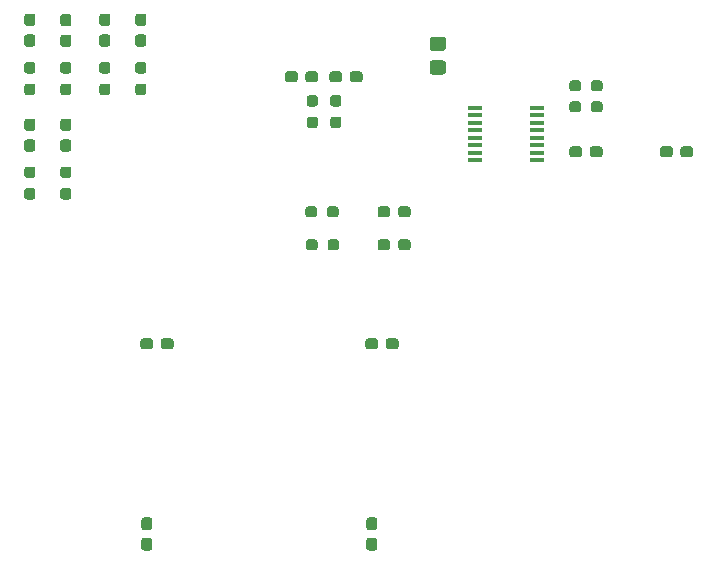
<source format=gbr>
%TF.GenerationSoftware,KiCad,Pcbnew,(5.1.7)-1*%
%TF.CreationDate,2020-11-30T14:39:19-06:00*%
%TF.ProjectId,2021_Rev1,32303231-5f52-4657-9631-2e6b69636164,rev?*%
%TF.SameCoordinates,Original*%
%TF.FileFunction,Paste,Top*%
%TF.FilePolarity,Positive*%
%FSLAX46Y46*%
G04 Gerber Fmt 4.6, Leading zero omitted, Abs format (unit mm)*
G04 Created by KiCad (PCBNEW (5.1.7)-1) date 2020-11-30 14:39:19*
%MOMM*%
%LPD*%
G01*
G04 APERTURE LIST*
%ADD10R,1.200000X0.400000*%
G04 APERTURE END LIST*
%TO.C,R12*%
G36*
G01*
X964454500Y229040500D02*
X964929500Y229040500D01*
G75*
G02*
X965167000Y228803000I0J-237500D01*
G01*
X965167000Y228303000D01*
G75*
G02*
X964929500Y228065500I-237500J0D01*
G01*
X964454500Y228065500D01*
G75*
G02*
X964217000Y228303000I0J237500D01*
G01*
X964217000Y228803000D01*
G75*
G02*
X964454500Y229040500I237500J0D01*
G01*
G37*
G36*
G01*
X964454500Y230865500D02*
X964929500Y230865500D01*
G75*
G02*
X965167000Y230628000I0J-237500D01*
G01*
X965167000Y230128000D01*
G75*
G02*
X964929500Y229890500I-237500J0D01*
G01*
X964454500Y229890500D01*
G75*
G02*
X964217000Y230128000I0J237500D01*
G01*
X964217000Y230628000D01*
G75*
G02*
X964454500Y230865500I237500J0D01*
G01*
G37*
%TD*%
%TO.C,R11*%
G36*
G01*
X961406500Y229040500D02*
X961881500Y229040500D01*
G75*
G02*
X962119000Y228803000I0J-237500D01*
G01*
X962119000Y228303000D01*
G75*
G02*
X961881500Y228065500I-237500J0D01*
G01*
X961406500Y228065500D01*
G75*
G02*
X961169000Y228303000I0J237500D01*
G01*
X961169000Y228803000D01*
G75*
G02*
X961406500Y229040500I237500J0D01*
G01*
G37*
G36*
G01*
X961406500Y230865500D02*
X961881500Y230865500D01*
G75*
G02*
X962119000Y230628000I0J-237500D01*
G01*
X962119000Y230128000D01*
G75*
G02*
X961881500Y229890500I-237500J0D01*
G01*
X961406500Y229890500D01*
G75*
G02*
X961169000Y230128000I0J237500D01*
G01*
X961169000Y230628000D01*
G75*
G02*
X961406500Y230865500I237500J0D01*
G01*
G37*
%TD*%
%TO.C,R10*%
G36*
G01*
X958104500Y229040500D02*
X958579500Y229040500D01*
G75*
G02*
X958817000Y228803000I0J-237500D01*
G01*
X958817000Y228303000D01*
G75*
G02*
X958579500Y228065500I-237500J0D01*
G01*
X958104500Y228065500D01*
G75*
G02*
X957867000Y228303000I0J237500D01*
G01*
X957867000Y228803000D01*
G75*
G02*
X958104500Y229040500I237500J0D01*
G01*
G37*
G36*
G01*
X958104500Y230865500D02*
X958579500Y230865500D01*
G75*
G02*
X958817000Y230628000I0J-237500D01*
G01*
X958817000Y230128000D01*
G75*
G02*
X958579500Y229890500I-237500J0D01*
G01*
X958104500Y229890500D01*
G75*
G02*
X957867000Y230128000I0J237500D01*
G01*
X957867000Y230628000D01*
G75*
G02*
X958104500Y230865500I237500J0D01*
G01*
G37*
%TD*%
%TO.C,R9*%
G36*
G01*
X955056500Y229040500D02*
X955531500Y229040500D01*
G75*
G02*
X955769000Y228803000I0J-237500D01*
G01*
X955769000Y228303000D01*
G75*
G02*
X955531500Y228065500I-237500J0D01*
G01*
X955056500Y228065500D01*
G75*
G02*
X954819000Y228303000I0J237500D01*
G01*
X954819000Y228803000D01*
G75*
G02*
X955056500Y229040500I237500J0D01*
G01*
G37*
G36*
G01*
X955056500Y230865500D02*
X955531500Y230865500D01*
G75*
G02*
X955769000Y230628000I0J-237500D01*
G01*
X955769000Y230128000D01*
G75*
G02*
X955531500Y229890500I-237500J0D01*
G01*
X955056500Y229890500D01*
G75*
G02*
X954819000Y230128000I0J237500D01*
G01*
X954819000Y230628000D01*
G75*
G02*
X955056500Y230865500I237500J0D01*
G01*
G37*
%TD*%
%TO.C,D8*%
G36*
G01*
X964454500Y233217000D02*
X964929500Y233217000D01*
G75*
G02*
X965167000Y232979500I0J-237500D01*
G01*
X965167000Y232404500D01*
G75*
G02*
X964929500Y232167000I-237500J0D01*
G01*
X964454500Y232167000D01*
G75*
G02*
X964217000Y232404500I0J237500D01*
G01*
X964217000Y232979500D01*
G75*
G02*
X964454500Y233217000I237500J0D01*
G01*
G37*
G36*
G01*
X964454500Y234967000D02*
X964929500Y234967000D01*
G75*
G02*
X965167000Y234729500I0J-237500D01*
G01*
X965167000Y234154500D01*
G75*
G02*
X964929500Y233917000I-237500J0D01*
G01*
X964454500Y233917000D01*
G75*
G02*
X964217000Y234154500I0J237500D01*
G01*
X964217000Y234729500D01*
G75*
G02*
X964454500Y234967000I237500J0D01*
G01*
G37*
%TD*%
%TO.C,D7*%
G36*
G01*
X961406500Y233217000D02*
X961881500Y233217000D01*
G75*
G02*
X962119000Y232979500I0J-237500D01*
G01*
X962119000Y232404500D01*
G75*
G02*
X961881500Y232167000I-237500J0D01*
G01*
X961406500Y232167000D01*
G75*
G02*
X961169000Y232404500I0J237500D01*
G01*
X961169000Y232979500D01*
G75*
G02*
X961406500Y233217000I237500J0D01*
G01*
G37*
G36*
G01*
X961406500Y234967000D02*
X961881500Y234967000D01*
G75*
G02*
X962119000Y234729500I0J-237500D01*
G01*
X962119000Y234154500D01*
G75*
G02*
X961881500Y233917000I-237500J0D01*
G01*
X961406500Y233917000D01*
G75*
G02*
X961169000Y234154500I0J237500D01*
G01*
X961169000Y234729500D01*
G75*
G02*
X961406500Y234967000I237500J0D01*
G01*
G37*
%TD*%
%TO.C,D6*%
G36*
G01*
X958104500Y233189000D02*
X958579500Y233189000D01*
G75*
G02*
X958817000Y232951500I0J-237500D01*
G01*
X958817000Y232376500D01*
G75*
G02*
X958579500Y232139000I-237500J0D01*
G01*
X958104500Y232139000D01*
G75*
G02*
X957867000Y232376500I0J237500D01*
G01*
X957867000Y232951500D01*
G75*
G02*
X958104500Y233189000I237500J0D01*
G01*
G37*
G36*
G01*
X958104500Y234939000D02*
X958579500Y234939000D01*
G75*
G02*
X958817000Y234701500I0J-237500D01*
G01*
X958817000Y234126500D01*
G75*
G02*
X958579500Y233889000I-237500J0D01*
G01*
X958104500Y233889000D01*
G75*
G02*
X957867000Y234126500I0J237500D01*
G01*
X957867000Y234701500D01*
G75*
G02*
X958104500Y234939000I237500J0D01*
G01*
G37*
%TD*%
%TO.C,D5*%
G36*
G01*
X955056500Y233217000D02*
X955531500Y233217000D01*
G75*
G02*
X955769000Y232979500I0J-237500D01*
G01*
X955769000Y232404500D01*
G75*
G02*
X955531500Y232167000I-237500J0D01*
G01*
X955056500Y232167000D01*
G75*
G02*
X954819000Y232404500I0J237500D01*
G01*
X954819000Y232979500D01*
G75*
G02*
X955056500Y233217000I237500J0D01*
G01*
G37*
G36*
G01*
X955056500Y234967000D02*
X955531500Y234967000D01*
G75*
G02*
X955769000Y234729500I0J-237500D01*
G01*
X955769000Y234154500D01*
G75*
G02*
X955531500Y233917000I-237500J0D01*
G01*
X955056500Y233917000D01*
G75*
G02*
X954819000Y234154500I0J237500D01*
G01*
X954819000Y234729500D01*
G75*
G02*
X955056500Y234967000I237500J0D01*
G01*
G37*
%TD*%
%TO.C,D4*%
G36*
G01*
X955056500Y224327000D02*
X955531500Y224327000D01*
G75*
G02*
X955769000Y224089500I0J-237500D01*
G01*
X955769000Y223514500D01*
G75*
G02*
X955531500Y223277000I-237500J0D01*
G01*
X955056500Y223277000D01*
G75*
G02*
X954819000Y223514500I0J237500D01*
G01*
X954819000Y224089500D01*
G75*
G02*
X955056500Y224327000I237500J0D01*
G01*
G37*
G36*
G01*
X955056500Y226077000D02*
X955531500Y226077000D01*
G75*
G02*
X955769000Y225839500I0J-237500D01*
G01*
X955769000Y225264500D01*
G75*
G02*
X955531500Y225027000I-237500J0D01*
G01*
X955056500Y225027000D01*
G75*
G02*
X954819000Y225264500I0J237500D01*
G01*
X954819000Y225839500D01*
G75*
G02*
X955056500Y226077000I237500J0D01*
G01*
G37*
%TD*%
%TO.C,D3*%
G36*
G01*
X958104500Y224327000D02*
X958579500Y224327000D01*
G75*
G02*
X958817000Y224089500I0J-237500D01*
G01*
X958817000Y223514500D01*
G75*
G02*
X958579500Y223277000I-237500J0D01*
G01*
X958104500Y223277000D01*
G75*
G02*
X957867000Y223514500I0J237500D01*
G01*
X957867000Y224089500D01*
G75*
G02*
X958104500Y224327000I237500J0D01*
G01*
G37*
G36*
G01*
X958104500Y226077000D02*
X958579500Y226077000D01*
G75*
G02*
X958817000Y225839500I0J-237500D01*
G01*
X958817000Y225264500D01*
G75*
G02*
X958579500Y225027000I-237500J0D01*
G01*
X958104500Y225027000D01*
G75*
G02*
X957867000Y225264500I0J237500D01*
G01*
X957867000Y225839500D01*
G75*
G02*
X958104500Y226077000I237500J0D01*
G01*
G37*
%TD*%
%TO.C,C1*%
G36*
G01*
X964962500Y192307500D02*
X965437500Y192307500D01*
G75*
G02*
X965675000Y192070000I0J-237500D01*
G01*
X965675000Y191470000D01*
G75*
G02*
X965437500Y191232500I-237500J0D01*
G01*
X964962500Y191232500D01*
G75*
G02*
X964725000Y191470000I0J237500D01*
G01*
X964725000Y192070000D01*
G75*
G02*
X964962500Y192307500I237500J0D01*
G01*
G37*
G36*
G01*
X964962500Y190582500D02*
X965437500Y190582500D01*
G75*
G02*
X965675000Y190345000I0J-237500D01*
G01*
X965675000Y189745000D01*
G75*
G02*
X965437500Y189507500I-237500J0D01*
G01*
X964962500Y189507500D01*
G75*
G02*
X964725000Y189745000I0J237500D01*
G01*
X964725000Y190345000D01*
G75*
G02*
X964962500Y190582500I237500J0D01*
G01*
G37*
%TD*%
%TO.C,C2*%
G36*
G01*
X966387500Y206772500D02*
X966387500Y207247500D01*
G75*
G02*
X966625000Y207485000I237500J0D01*
G01*
X967225000Y207485000D01*
G75*
G02*
X967462500Y207247500I0J-237500D01*
G01*
X967462500Y206772500D01*
G75*
G02*
X967225000Y206535000I-237500J0D01*
G01*
X966625000Y206535000D01*
G75*
G02*
X966387500Y206772500I0J237500D01*
G01*
G37*
G36*
G01*
X964662500Y206772500D02*
X964662500Y207247500D01*
G75*
G02*
X964900000Y207485000I237500J0D01*
G01*
X965500000Y207485000D01*
G75*
G02*
X965737500Y207247500I0J-237500D01*
G01*
X965737500Y206772500D01*
G75*
G02*
X965500000Y206535000I-237500J0D01*
G01*
X964900000Y206535000D01*
G75*
G02*
X964662500Y206772500I0J237500D01*
G01*
G37*
%TD*%
%TO.C,C3*%
G36*
G01*
X984012500Y190582500D02*
X984487500Y190582500D01*
G75*
G02*
X984725000Y190345000I0J-237500D01*
G01*
X984725000Y189745000D01*
G75*
G02*
X984487500Y189507500I-237500J0D01*
G01*
X984012500Y189507500D01*
G75*
G02*
X983775000Y189745000I0J237500D01*
G01*
X983775000Y190345000D01*
G75*
G02*
X984012500Y190582500I237500J0D01*
G01*
G37*
G36*
G01*
X984012500Y192307500D02*
X984487500Y192307500D01*
G75*
G02*
X984725000Y192070000I0J-237500D01*
G01*
X984725000Y191470000D01*
G75*
G02*
X984487500Y191232500I-237500J0D01*
G01*
X984012500Y191232500D01*
G75*
G02*
X983775000Y191470000I0J237500D01*
G01*
X983775000Y192070000D01*
G75*
G02*
X984012500Y192307500I237500J0D01*
G01*
G37*
%TD*%
%TO.C,C4*%
G36*
G01*
X983712500Y206772500D02*
X983712500Y207247500D01*
G75*
G02*
X983950000Y207485000I237500J0D01*
G01*
X984550000Y207485000D01*
G75*
G02*
X984787500Y207247500I0J-237500D01*
G01*
X984787500Y206772500D01*
G75*
G02*
X984550000Y206535000I-237500J0D01*
G01*
X983950000Y206535000D01*
G75*
G02*
X983712500Y206772500I0J237500D01*
G01*
G37*
G36*
G01*
X985437500Y206772500D02*
X985437500Y207247500D01*
G75*
G02*
X985675000Y207485000I237500J0D01*
G01*
X986275000Y207485000D01*
G75*
G02*
X986512500Y207247500I0J-237500D01*
G01*
X986512500Y206772500D01*
G75*
G02*
X986275000Y206535000I-237500J0D01*
G01*
X985675000Y206535000D01*
G75*
G02*
X985437500Y206772500I0J237500D01*
G01*
G37*
%TD*%
%TO.C,C5*%
G36*
G01*
X980664500Y229378500D02*
X980664500Y229853500D01*
G75*
G02*
X980902000Y230091000I237500J0D01*
G01*
X981502000Y230091000D01*
G75*
G02*
X981739500Y229853500I0J-237500D01*
G01*
X981739500Y229378500D01*
G75*
G02*
X981502000Y229141000I-237500J0D01*
G01*
X980902000Y229141000D01*
G75*
G02*
X980664500Y229378500I0J237500D01*
G01*
G37*
G36*
G01*
X982389500Y229378500D02*
X982389500Y229853500D01*
G75*
G02*
X982627000Y230091000I237500J0D01*
G01*
X983227000Y230091000D01*
G75*
G02*
X983464500Y229853500I0J-237500D01*
G01*
X983464500Y229378500D01*
G75*
G02*
X983227000Y229141000I-237500J0D01*
G01*
X982627000Y229141000D01*
G75*
G02*
X982389500Y229378500I0J237500D01*
G01*
G37*
%TD*%
%TO.C,C6*%
G36*
G01*
X977982500Y229853500D02*
X977982500Y229378500D01*
G75*
G02*
X977745000Y229141000I-237500J0D01*
G01*
X977145000Y229141000D01*
G75*
G02*
X976907500Y229378500I0J237500D01*
G01*
X976907500Y229853500D01*
G75*
G02*
X977145000Y230091000I237500J0D01*
G01*
X977745000Y230091000D01*
G75*
G02*
X977982500Y229853500I0J-237500D01*
G01*
G37*
G36*
G01*
X979707500Y229853500D02*
X979707500Y229378500D01*
G75*
G02*
X979470000Y229141000I-237500J0D01*
G01*
X978870000Y229141000D01*
G75*
G02*
X978632500Y229378500I0J237500D01*
G01*
X978632500Y229853500D01*
G75*
G02*
X978870000Y230091000I237500J0D01*
G01*
X979470000Y230091000D01*
G75*
G02*
X979707500Y229853500I0J-237500D01*
G01*
G37*
%TD*%
%TO.C,C7*%
G36*
G01*
X1000984500Y223028500D02*
X1000984500Y223503500D01*
G75*
G02*
X1001222000Y223741000I237500J0D01*
G01*
X1001822000Y223741000D01*
G75*
G02*
X1002059500Y223503500I0J-237500D01*
G01*
X1002059500Y223028500D01*
G75*
G02*
X1001822000Y222791000I-237500J0D01*
G01*
X1001222000Y222791000D01*
G75*
G02*
X1000984500Y223028500I0J237500D01*
G01*
G37*
G36*
G01*
X1002709500Y223028500D02*
X1002709500Y223503500D01*
G75*
G02*
X1002947000Y223741000I237500J0D01*
G01*
X1003547000Y223741000D01*
G75*
G02*
X1003784500Y223503500I0J-237500D01*
G01*
X1003784500Y223028500D01*
G75*
G02*
X1003547000Y222791000I-237500J0D01*
G01*
X1002947000Y222791000D01*
G75*
G02*
X1002709500Y223028500I0J237500D01*
G01*
G37*
%TD*%
%TO.C,D1*%
G36*
G01*
X985791000Y218423500D02*
X985791000Y217948500D01*
G75*
G02*
X985553500Y217711000I-237500J0D01*
G01*
X984978500Y217711000D01*
G75*
G02*
X984741000Y217948500I0J237500D01*
G01*
X984741000Y218423500D01*
G75*
G02*
X984978500Y218661000I237500J0D01*
G01*
X985553500Y218661000D01*
G75*
G02*
X985791000Y218423500I0J-237500D01*
G01*
G37*
G36*
G01*
X987541000Y218423500D02*
X987541000Y217948500D01*
G75*
G02*
X987303500Y217711000I-237500J0D01*
G01*
X986728500Y217711000D01*
G75*
G02*
X986491000Y217948500I0J237500D01*
G01*
X986491000Y218423500D01*
G75*
G02*
X986728500Y218661000I237500J0D01*
G01*
X987303500Y218661000D01*
G75*
G02*
X987541000Y218423500I0J-237500D01*
G01*
G37*
%TD*%
%TO.C,D2*%
G36*
G01*
X987541000Y215629500D02*
X987541000Y215154500D01*
G75*
G02*
X987303500Y214917000I-237500J0D01*
G01*
X986728500Y214917000D01*
G75*
G02*
X986491000Y215154500I0J237500D01*
G01*
X986491000Y215629500D01*
G75*
G02*
X986728500Y215867000I237500J0D01*
G01*
X987303500Y215867000D01*
G75*
G02*
X987541000Y215629500I0J-237500D01*
G01*
G37*
G36*
G01*
X985791000Y215629500D02*
X985791000Y215154500D01*
G75*
G02*
X985553500Y214917000I-237500J0D01*
G01*
X984978500Y214917000D01*
G75*
G02*
X984741000Y215154500I0J237500D01*
G01*
X984741000Y215629500D01*
G75*
G02*
X984978500Y215867000I237500J0D01*
G01*
X985553500Y215867000D01*
G75*
G02*
X985791000Y215629500I0J-237500D01*
G01*
G37*
%TD*%
%TO.C,R1*%
G36*
G01*
X981439500Y225271500D02*
X980964500Y225271500D01*
G75*
G02*
X980727000Y225509000I0J237500D01*
G01*
X980727000Y226009000D01*
G75*
G02*
X980964500Y226246500I237500J0D01*
G01*
X981439500Y226246500D01*
G75*
G02*
X981677000Y226009000I0J-237500D01*
G01*
X981677000Y225509000D01*
G75*
G02*
X981439500Y225271500I-237500J0D01*
G01*
G37*
G36*
G01*
X981439500Y227096500D02*
X980964500Y227096500D01*
G75*
G02*
X980727000Y227334000I0J237500D01*
G01*
X980727000Y227834000D01*
G75*
G02*
X980964500Y228071500I237500J0D01*
G01*
X981439500Y228071500D01*
G75*
G02*
X981677000Y227834000I0J-237500D01*
G01*
X981677000Y227334000D01*
G75*
G02*
X981439500Y227096500I-237500J0D01*
G01*
G37*
%TD*%
%TO.C,R2*%
G36*
G01*
X979454500Y227096500D02*
X978979500Y227096500D01*
G75*
G02*
X978742000Y227334000I0J237500D01*
G01*
X978742000Y227834000D01*
G75*
G02*
X978979500Y228071500I237500J0D01*
G01*
X979454500Y228071500D01*
G75*
G02*
X979692000Y227834000I0J-237500D01*
G01*
X979692000Y227334000D01*
G75*
G02*
X979454500Y227096500I-237500J0D01*
G01*
G37*
G36*
G01*
X979454500Y225271500D02*
X978979500Y225271500D01*
G75*
G02*
X978742000Y225509000I0J237500D01*
G01*
X978742000Y226009000D01*
G75*
G02*
X978979500Y226246500I237500J0D01*
G01*
X979454500Y226246500D01*
G75*
G02*
X979692000Y226009000I0J-237500D01*
G01*
X979692000Y225509000D01*
G75*
G02*
X979454500Y225271500I-237500J0D01*
G01*
G37*
%TD*%
%TO.C,R3*%
G36*
G01*
X1001962500Y227313500D02*
X1001962500Y226838500D01*
G75*
G02*
X1001725000Y226601000I-237500J0D01*
G01*
X1001225000Y226601000D01*
G75*
G02*
X1000987500Y226838500I0J237500D01*
G01*
X1000987500Y227313500D01*
G75*
G02*
X1001225000Y227551000I237500J0D01*
G01*
X1001725000Y227551000D01*
G75*
G02*
X1001962500Y227313500I0J-237500D01*
G01*
G37*
G36*
G01*
X1003787500Y227313500D02*
X1003787500Y226838500D01*
G75*
G02*
X1003550000Y226601000I-237500J0D01*
G01*
X1003050000Y226601000D01*
G75*
G02*
X1002812500Y226838500I0J237500D01*
G01*
X1002812500Y227313500D01*
G75*
G02*
X1003050000Y227551000I237500J0D01*
G01*
X1003550000Y227551000D01*
G75*
G02*
X1003787500Y227313500I0J-237500D01*
G01*
G37*
%TD*%
%TO.C,R4*%
G36*
G01*
X1000987500Y228616500D02*
X1000987500Y229091500D01*
G75*
G02*
X1001225000Y229329000I237500J0D01*
G01*
X1001725000Y229329000D01*
G75*
G02*
X1001962500Y229091500I0J-237500D01*
G01*
X1001962500Y228616500D01*
G75*
G02*
X1001725000Y228379000I-237500J0D01*
G01*
X1001225000Y228379000D01*
G75*
G02*
X1000987500Y228616500I0J237500D01*
G01*
G37*
G36*
G01*
X1002812500Y228616500D02*
X1002812500Y229091500D01*
G75*
G02*
X1003050000Y229329000I237500J0D01*
G01*
X1003550000Y229329000D01*
G75*
G02*
X1003787500Y229091500I0J-237500D01*
G01*
X1003787500Y228616500D01*
G75*
G02*
X1003550000Y228379000I-237500J0D01*
G01*
X1003050000Y228379000D01*
G75*
G02*
X1002812500Y228616500I0J237500D01*
G01*
G37*
%TD*%
%TO.C,R5*%
G36*
G01*
X979610500Y218423500D02*
X979610500Y217948500D01*
G75*
G02*
X979373000Y217711000I-237500J0D01*
G01*
X978873000Y217711000D01*
G75*
G02*
X978635500Y217948500I0J237500D01*
G01*
X978635500Y218423500D01*
G75*
G02*
X978873000Y218661000I237500J0D01*
G01*
X979373000Y218661000D01*
G75*
G02*
X979610500Y218423500I0J-237500D01*
G01*
G37*
G36*
G01*
X981435500Y218423500D02*
X981435500Y217948500D01*
G75*
G02*
X981198000Y217711000I-237500J0D01*
G01*
X980698000Y217711000D01*
G75*
G02*
X980460500Y217948500I0J237500D01*
G01*
X980460500Y218423500D01*
G75*
G02*
X980698000Y218661000I237500J0D01*
G01*
X981198000Y218661000D01*
G75*
G02*
X981435500Y218423500I0J-237500D01*
G01*
G37*
%TD*%
%TO.C,R6*%
G36*
G01*
X981482500Y215629500D02*
X981482500Y215154500D01*
G75*
G02*
X981245000Y214917000I-237500J0D01*
G01*
X980745000Y214917000D01*
G75*
G02*
X980507500Y215154500I0J237500D01*
G01*
X980507500Y215629500D01*
G75*
G02*
X980745000Y215867000I237500J0D01*
G01*
X981245000Y215867000D01*
G75*
G02*
X981482500Y215629500I0J-237500D01*
G01*
G37*
G36*
G01*
X979657500Y215629500D02*
X979657500Y215154500D01*
G75*
G02*
X979420000Y214917000I-237500J0D01*
G01*
X978920000Y214917000D01*
G75*
G02*
X978682500Y215154500I0J237500D01*
G01*
X978682500Y215629500D01*
G75*
G02*
X978920000Y215867000I237500J0D01*
G01*
X979420000Y215867000D01*
G75*
G02*
X979657500Y215629500I0J-237500D01*
G01*
G37*
%TD*%
D10*
%TO.C,U4*%
X993020000Y227012500D03*
X993020000Y226377500D03*
X993020000Y225742500D03*
X993020000Y225107500D03*
X993020000Y224472500D03*
X993020000Y223837500D03*
X993020000Y223202500D03*
X993020000Y222567500D03*
X998220000Y222567500D03*
X998220000Y223202500D03*
X998220000Y223837500D03*
X998220000Y224472500D03*
X998220000Y225107500D03*
X998220000Y225742500D03*
X998220000Y226377500D03*
X998220000Y227012500D03*
%TD*%
%TO.C,100nF1*%
G36*
G01*
X1008657500Y223028500D02*
X1008657500Y223503500D01*
G75*
G02*
X1008895000Y223741000I237500J0D01*
G01*
X1009495000Y223741000D01*
G75*
G02*
X1009732500Y223503500I0J-237500D01*
G01*
X1009732500Y223028500D01*
G75*
G02*
X1009495000Y222791000I-237500J0D01*
G01*
X1008895000Y222791000D01*
G75*
G02*
X1008657500Y223028500I0J237500D01*
G01*
G37*
G36*
G01*
X1010382500Y223028500D02*
X1010382500Y223503500D01*
G75*
G02*
X1010620000Y223741000I237500J0D01*
G01*
X1011220000Y223741000D01*
G75*
G02*
X1011457500Y223503500I0J-237500D01*
G01*
X1011457500Y223028500D01*
G75*
G02*
X1011220000Y222791000I-237500J0D01*
G01*
X1010620000Y222791000D01*
G75*
G02*
X1010382500Y223028500I0J237500D01*
G01*
G37*
%TD*%
%TO.C,FB1*%
G36*
G01*
X990288001Y229810000D02*
X989387999Y229810000D01*
G75*
G02*
X989138000Y230059999I0J249999D01*
G01*
X989138000Y230760001D01*
G75*
G02*
X989387999Y231010000I249999J0D01*
G01*
X990288001Y231010000D01*
G75*
G02*
X990538000Y230760001I0J-249999D01*
G01*
X990538000Y230059999D01*
G75*
G02*
X990288001Y229810000I-249999J0D01*
G01*
G37*
G36*
G01*
X990288001Y231810000D02*
X989387999Y231810000D01*
G75*
G02*
X989138000Y232059999I0J249999D01*
G01*
X989138000Y232760001D01*
G75*
G02*
X989387999Y233010000I249999J0D01*
G01*
X990288001Y233010000D01*
G75*
G02*
X990538000Y232760001I0J-249999D01*
G01*
X990538000Y232059999D01*
G75*
G02*
X990288001Y231810000I-249999J0D01*
G01*
G37*
%TD*%
%TO.C,R7*%
G36*
G01*
X955056500Y222022500D02*
X955531500Y222022500D01*
G75*
G02*
X955769000Y221785000I0J-237500D01*
G01*
X955769000Y221285000D01*
G75*
G02*
X955531500Y221047500I-237500J0D01*
G01*
X955056500Y221047500D01*
G75*
G02*
X954819000Y221285000I0J237500D01*
G01*
X954819000Y221785000D01*
G75*
G02*
X955056500Y222022500I237500J0D01*
G01*
G37*
G36*
G01*
X955056500Y220197500D02*
X955531500Y220197500D01*
G75*
G02*
X955769000Y219960000I0J-237500D01*
G01*
X955769000Y219460000D01*
G75*
G02*
X955531500Y219222500I-237500J0D01*
G01*
X955056500Y219222500D01*
G75*
G02*
X954819000Y219460000I0J237500D01*
G01*
X954819000Y219960000D01*
G75*
G02*
X955056500Y220197500I237500J0D01*
G01*
G37*
%TD*%
%TO.C,R8*%
G36*
G01*
X958104500Y220197500D02*
X958579500Y220197500D01*
G75*
G02*
X958817000Y219960000I0J-237500D01*
G01*
X958817000Y219460000D01*
G75*
G02*
X958579500Y219222500I-237500J0D01*
G01*
X958104500Y219222500D01*
G75*
G02*
X957867000Y219460000I0J237500D01*
G01*
X957867000Y219960000D01*
G75*
G02*
X958104500Y220197500I237500J0D01*
G01*
G37*
G36*
G01*
X958104500Y222022500D02*
X958579500Y222022500D01*
G75*
G02*
X958817000Y221785000I0J-237500D01*
G01*
X958817000Y221285000D01*
G75*
G02*
X958579500Y221047500I-237500J0D01*
G01*
X958104500Y221047500D01*
G75*
G02*
X957867000Y221285000I0J237500D01*
G01*
X957867000Y221785000D01*
G75*
G02*
X958104500Y222022500I237500J0D01*
G01*
G37*
%TD*%
M02*

</source>
